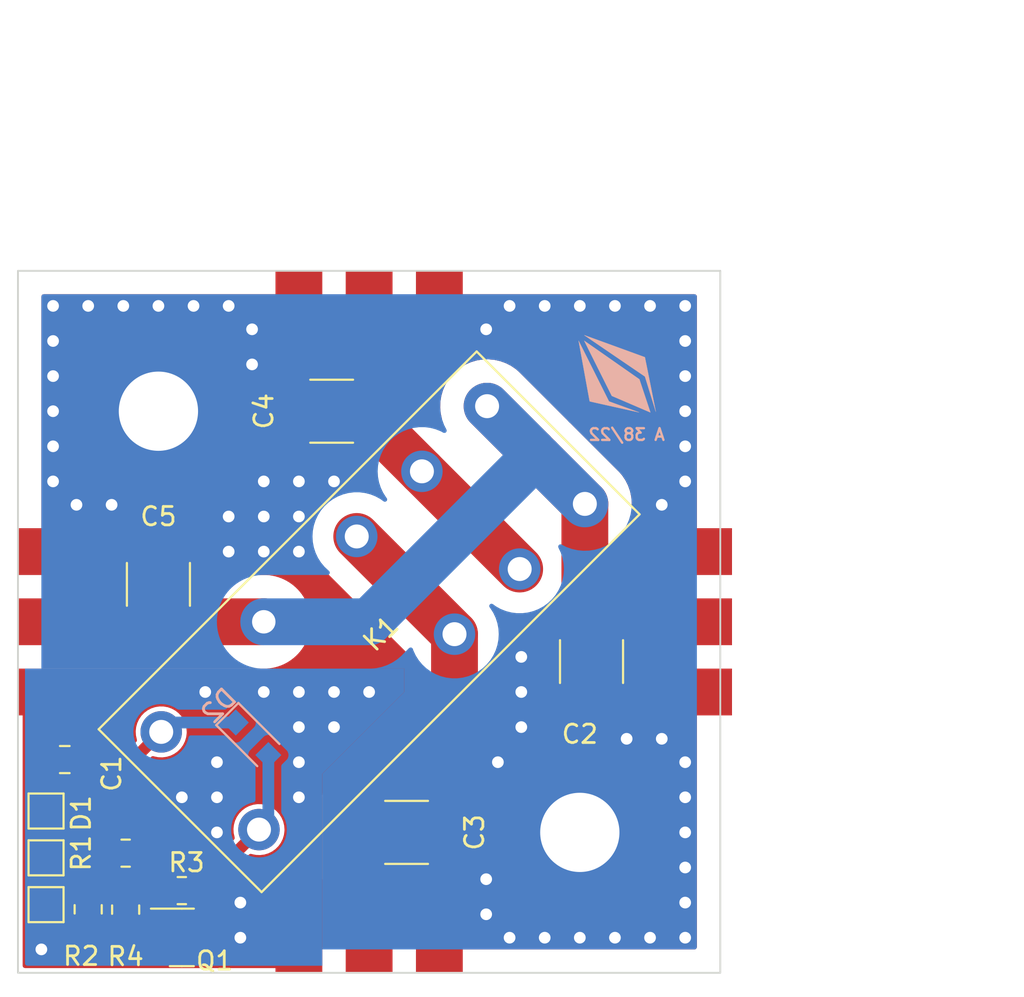
<source format=kicad_pcb>
(kicad_pcb (version 20211014) (generator pcbnew)
  (title_block (title "Crossbar Switch Board") (date "2022-09-13") (rev "A") (company "W3AXL") (comment 1 "Single-relay crossbar point"))
  (layers (0 "F.Cu" signal) (31 "B.Cu" signal) (34 "B.Paste" user) (35 "F.Paste" user) (36 "B.SilkS" user "B.Silkscreen") (37 "F.SilkS" user "F.Silkscreen") (38 "B.Mask" user) (39 "F.Mask" user) (44 "Edge.Cuts" user))
  (net 0 "")
  (net 1 "GND")
  (net 2 "Net-(C1-Pad2)")
  (net 3 "Net-(C3-Pad2)")
  (net 4 "Net-(D1-Pad1)")
  (net 5 "Net-(D1-Pad2)")
  (net 7 "Net-(D2-Pad2)")
  (net 8 "Net-(C4-Pad2)")
  (net 9 "Net-(J2-Pad1)")
  (net 10 "Net-(Q1-Pad1)")
  (net 11 "Net-(J6-Pad1)")
  (footprint "conn:Coax_Edge_2.54_1.27" (layer "F.Cu") (at 125.095 63.5 -90)
    (fp_text reference "J6" hide)
    (fp_text value "RF_YOUT")
    (pad "1" smd rect (at 0 0 270) (size 2.54 5.08) (layers "F.Cu" "F.Paste" "F.Mask") (net 11 "Net-(J6-Pad1)"))
    (pad "2" smd rect (at 3.81 0 270) (size 2.54 5.08) (layers "F.Cu" "F.Paste" "F.Mask") (net 1 "GND"))
    (pad "2" smd rect (at -3.81 0 270) (size 2.54 5.08) (layers "F.Cu" "F.Paste" "F.Mask") (net 1 "GND"))
  )
  (footprint "Capacitor_SMD:C_0805_2012Metric_Pad1.18x1.45mm_HandSolder" (layer "F.Cu") (at 91.44 70.977)
    (fp_text reference "C1" (at 2.54 0.762 90) (layer "F.SilkS"))
    (fp_text value "1uF")
    (fp_line (start -0.261252 -0.735) (end 0.261252 -0.735) (layer "F.SilkS") (width 0.12))
    (fp_line (start -0.261252 0.735) (end 0.261252 0.735) (layer "F.SilkS") (width 0.12))
    (pad "1" smd roundrect (at -1.0375 0) (size 1.175 1.45) (layers "F.Cu" "F.Paste" "F.Mask") (roundrect_rratio 0.2127659574) (net 1 "GND"))
    (pad "2" smd roundrect (at 1.0375 0) (size 1.175 1.45) (layers "F.Cu" "F.Paste" "F.Mask") (roundrect_rratio 0.2127659574) (net 2 "Net-(C1-Pad2)"))
  )
  (footprint "Capacitor_SMD:C_1812_4532Metric_Pad1.57x3.40mm_HandSolder" (layer "F.Cu") (at 120.015 65.659 90)
    (fp_text reference "C2" (at -3.937 -0.635 180) (layer "F.SilkS"))
    (fp_text value "NP")
    (fp_line (start -1.161252 1.71) (end 1.161252 1.71) (layer "F.SilkS") (width 0.12))
    (fp_line (start -1.161252 -1.71) (end 1.161252 -1.71) (layer "F.SilkS") (width 0.12))
    (pad "1" smd roundrect (at -2.1375 0 90) (size 1.575 3.4) (layers "F.Cu" "F.Paste" "F.Mask") (roundrect_rratio 0.1587301587) (net 1 "GND"))
    (pad "2" smd roundrect (at 2.1375 0 90) (size 1.575 3.4) (layers "F.Cu" "F.Paste" "F.Mask") (roundrect_rratio 0.1587301587) (net 11 "Net-(J6-Pad1)"))
  )
  (footprint "conn:Coax_Edge_2.54_1.27" (layer "F.Cu") (at 107.95 46.99)
    (fp_text reference "J4" hide)
    (fp_text value "RF_XIN")
    (pad "1" smd rect (at 0 0) (size 2.54 5.08) (layers "F.Cu" "F.Paste" "F.Mask") (net 8 "Net-(C4-Pad2)"))
    (pad "2" smd rect (at -3.81 0) (size 2.54 5.08) (layers "F.Cu" "F.Paste" "F.Mask") (net 1 "GND"))
    (pad "2" smd rect (at 3.81 0) (size 2.54 5.08) (layers "F.Cu" "F.Paste" "F.Mask") (net 1 "GND"))
  )
  (footprint "Resistor_SMD:R_0805_2012Metric_Pad1.20x1.40mm_HandSolder" (layer "F.Cu") (at 97.79 78.089 180)
    (fp_text reference "R3" (at -0.254 1.524 180) (layer "F.SilkS"))
    (fp_text value "1k")
    (fp_line (start -0.227064 0.735) (end 0.227064 0.735) (layer "F.SilkS") (width 0.12))
    (fp_line (start -0.227064 -0.735) (end 0.227064 -0.735) (layer "F.SilkS") (width 0.12))
    (pad "1" smd roundrect (at -1 0 180) (size 1.2 1.4) (layers "F.Cu" "F.Paste" "F.Mask") (roundrect_rratio 0.2083333333) (net 7 "Net-(D2-Pad2)"))
    (pad "2" smd roundrect (at 1 0 180) (size 1.2 1.4) (layers "F.Cu" "F.Paste" "F.Mask") (roundrect_rratio 0.2083333333) (net 4 "Net-(D1-Pad1)"))
  )
  (footprint "Resistor_SMD:R_0805_2012Metric_Pad1.20x1.40mm_HandSolder" (layer "F.Cu") (at 94.742 76.057)
    (fp_text reference "R1" (at -2.413 0 90) (layer "F.SilkS"))
    (fp_text value "1k")
    (fp_line (start -0.227064 0.735) (end 0.227064 0.735) (layer "F.SilkS") (width 0.12))
    (fp_line (start -0.227064 -0.735) (end 0.227064 -0.735) (layer "F.SilkS") (width 0.12))
    (pad "1" smd roundrect (at -1 0) (size 1.2 1.4) (layers "F.Cu" "F.Paste" "F.Mask") (roundrect_rratio 0.2083333333) (net 1 "GND"))
    (pad "2" smd roundrect (at 1 0) (size 1.2 1.4) (layers "F.Cu" "F.Paste" "F.Mask") (roundrect_rratio 0.2083333333) (net 5 "Net-(D1-Pad2)"))
  )
  (footprint "MountingHole:MountingHole_4.3mm_M4_Pad" (layer "F.Cu") (at 119.38 74.93)
    (fp_text reference "H1" hide)
    (fp_text value "MountingHole_Pad")
    (pad "1" thru_hole circle (at 0 0) (size 8.6 8.6) (drill 4.3) (layers *.Cu *.Mask) (net 1 "GND"))
  )
  (footprint "Capacitor_SMD:C_1812_4532Metric_Pad1.57x3.40mm_HandSolder" (layer "F.Cu") (at 109.982 74.93 180)
    (fp_text reference "C3" (at -3.683 0 270) (layer "F.SilkS"))
    (fp_text value "NP")
    (fp_line (start -1.161252 1.71) (end 1.161252 1.71) (layer "F.SilkS") (width 0.12))
    (fp_line (start -1.161252 -1.71) (end 1.161252 -1.71) (layer "F.SilkS") (width 0.12))
    (pad "1" smd roundrect (at -2.1375 0 180) (size 1.575 3.4) (layers "F.Cu" "F.Paste" "F.Mask") (roundrect_rratio 0.1587301587) (net 1 "GND"))
    (pad "2" smd roundrect (at 2.1375 0 180) (size 1.575 3.4) (layers "F.Cu" "F.Paste" "F.Mask") (roundrect_rratio 0.1587301587) (net 3 "Net-(C3-Pad2)"))
  )
  (footprint "led:LED_SMD_1616_RGBA" (layer "F.Cu") (at 94.742 74.025 180)
    (fp_text reference "D1" (at 2.413 0.127 90 unlocked) (layer "F.SilkS"))
    (fp_text value "EAST1616RGBB2")
    (pad "1" smd rect (at -1 -0.45 180) (size 0.8 0.55) (layers "F.Cu" "F.Paste" "F.Mask") (net 4 "Net-(D1-Pad1)"))
    (pad "2" smd rect (at -1 0.45 180) (size 0.8 0.55) (layers "F.Cu" "F.Paste" "F.Mask") (net 5 "Net-(D1-Pad2)"))
    (pad "3" smd rect (at 1 0.45 180) (size 0.8 0.55) (layers "F.Cu" "F.Paste" "F.Mask"))
    (pad "4" smd rect (at 1 -0.45 180) (size 0.8 0.55) (layers "F.Cu" "F.Paste" "F.Mask") (net 2 "Net-(C1-Pad2)"))
  )
  (footprint "Capacitor_SMD:C_1812_4532Metric_Pad1.57x3.40mm_HandSolder" (layer "F.Cu") (at 105.918 52.07)
    (fp_text reference "C4" (at -3.683 0 90) (layer "F.SilkS"))
    (fp_text value "NP")
    (fp_line (start -1.161252 -1.71) (end 1.161252 -1.71) (layer "F.SilkS") (width 0.12))
    (fp_line (start -1.161252 1.71) (end 1.161252 1.71) (layer "F.SilkS") (width 0.12))
    (pad "1" smd roundrect (at -2.1375 0) (size 1.575 3.4) (layers "F.Cu" "F.Paste" "F.Mask") (roundrect_rratio 0.1587301587) (net 1 "GND"))
    (pad "2" smd roundrect (at 2.1375 0) (size 1.575 3.4) (layers "F.Cu" "F.Paste" "F.Mask") (roundrect_rratio 0.1587301587) (net 8 "Net-(C4-Pad2)"))
  )
  (footprint "conn:Coax_Edge_2.54_1.27" (layer "F.Cu") (at 107.95 80.01 180)
    (fp_text reference "J3" hide)
    (fp_text value "RF_XOUT")
    (pad "1" smd rect (at 0 0 180) (size 2.54 5.08) (layers "F.Cu" "F.Paste" "F.Mask") (net 3 "Net-(C3-Pad2)"))
    (pad "2" smd rect (at -3.81 0 180) (size 2.54 5.08) (layers "F.Cu" "F.Paste" "F.Mask") (net 1 "GND"))
    (pad "2" smd rect (at 3.81 0 180) (size 2.54 5.08) (layers "F.Cu" "F.Paste" "F.Mask") (net 1 "GND"))
  )
  (footprint "Capacitor_SMD:C_1812_4532Metric_Pad1.57x3.40mm_HandSolder" (layer "F.Cu") (at 96.52 61.468 -90)
    (fp_text reference "C5" (at -3.683 0) (layer "F.SilkS"))
    (fp_text value "NP")
    (fp_line (start -1.161252 -1.71) (end 1.161252 -1.71) (layer "F.SilkS") (width 0.12))
    (fp_line (start -1.161252 1.71) (end 1.161252 1.71) (layer "F.SilkS") (width 0.12))
    (pad "1" smd roundrect (at -2.1375 0 270) (size 1.575 3.4) (layers "F.Cu" "F.Paste" "F.Mask") (roundrect_rratio 0.1587301587) (net 1 "GND"))
    (pad "2" smd roundrect (at 2.1375 0 270) (size 1.575 3.4) (layers "F.Cu" "F.Paste" "F.Mask") (roundrect_rratio 0.1587301587) (net 11 "Net-(J6-Pad1)"))
  )
  (footprint "TestPoint:TestPoint_Pad_1.5x1.5mm" (layer "F.Cu") (at 90.424 73.771 90)
    (fp_text reference "J1" hide)
    (fp_text value "VIN")
    (fp_line (start 0.95 -0.95) (end 0.95 0.95) (layer "F.SilkS") (width 0.12))
    (fp_line (start -0.95 -0.95) (end 0.95 -0.95) (layer "F.SilkS") (width 0.12))
    (fp_line (start 0.95 0.95) (end -0.95 0.95) (layer "F.SilkS") (width 0.12))
    (fp_line (start -0.95 0.95) (end -0.95 -0.95) (layer "F.SilkS") (width 0.12))
    (pad "1" smd rect (at 0 0 90) (size 1.5 1.5) (layers "F.Cu" "F.Mask") (net 2 "Net-(C1-Pad2)"))
  )
  (footprint "TestPoint:TestPoint_Pad_1.5x1.5mm" (layer "F.Cu") (at 90.424 78.851 90)
    (fp_text reference "J2" hide)
    (fp_text value "CTRL")
    (fp_line (start 0.95 -0.95) (end 0.95 0.95) (layer "F.SilkS") (width 0.12))
    (fp_line (start 0.95 0.95) (end -0.95 0.95) (layer "F.SilkS") (width 0.12))
    (fp_line (start -0.95 0.95) (end -0.95 -0.95) (layer "F.SilkS") (width 0.12))
    (fp_line (start -0.95 -0.95) (end 0.95 -0.95) (layer "F.SilkS") (width 0.12))
    (pad "1" smd rect (at 0 0 90) (size 1.5 1.5) (layers "F.Cu" "F.Mask") (net 9 "Net-(J2-Pad1)"))
  )
  (footprint "omron:G2RL-1E" (layer "F.Cu") (at 107.95 63.5 45)
    (fp_text reference "K1" (at 0 0.9 45) (layer "F.SilkS"))
    (fp_text value "G2RL-1-E")
    (fp_line (start 14.5 -6.25) (end -14.5 -6.25) (layer "F.SilkS") (width 0.12))
    (fp_line (start -14.5 -6.25) (end -14.5 6.25) (layer "F.SilkS") (width 0.12))
    (fp_line (start -14.5 6.25) (end 14.5 6.25) (layer "F.SilkS") (width 0.12))
    (fp_line (start 14.5 6.25) (end 14.5 -6.25) (layer "F.SilkS") (width 0.12))
    (pad "1" thru_hole circle locked (at -12.2 3.75 45) (size 2.25 2.25) (drill 1.3) (layers *.Cu *.Mask) (net 7 "Net-(D2-Pad2)"))
    (pad "2" thru_hole circle locked (at 2.8 3.75 45) (size 2.25 2.25) (drill 1.3) (layers *.Cu *.Mask) (net 3 "Net-(C3-Pad2)"))
    (pad "2" thru_hole circle locked (at 2.8 -3.75 45) (size 2.25 2.25) (drill 1.3) (layers *.Cu *.Mask) (net 3 "Net-(C3-Pad2)"))
    (pad "3" thru_hole circle locked (at 7.8 3.75 45) (size 2.25 2.25) (drill 1.3) (layers *.Cu *.Mask) (net 8 "Net-(C4-Pad2)"))
    (pad "3" thru_hole circle locked (at 7.8 -3.75 45) (size 2.25 2.25) (drill 1.3) (layers *.Cu *.Mask) (net 8 "Net-(C4-Pad2)"))
    (pad "4" thru_hole circle locked (at 12.8 -3.75 45) (size 2.25 2.25) (drill 1.3) (layers *.Cu *.Mask) (net 11 "Net-(J6-Pad1)"))
    (pad "4" thru_hole circle locked (at 12.8 3.75 45) (size 2.25 2.25) (drill 1.3) (layers *.Cu *.Mask) (net 11 "Net-(J6-Pad1)"))
    (pad "5" thru_hole circle locked (at -12.2 -3.75 45) (size 2.25 2.25) (drill 1.3) (layers *.Cu *.Mask) (net 2 "Net-(C1-Pad2)"))
  )
  (footprint "Resistor_SMD:R_0805_2012Metric_Pad1.20x1.40mm_HandSolder" (layer "F.Cu") (at 92.71 79.105 90)
    (fp_text reference "R2" (at -2.54 -0.381 180) (layer "F.SilkS"))
    (fp_text value "100")
    (fp_line (start -0.227064 -0.735) (end 0.227064 -0.735) (layer "F.SilkS") (width 0.12))
    (fp_line (start -0.227064 0.735) (end 0.227064 0.735) (layer "F.SilkS") (width 0.12))
    (pad "1" smd roundrect (at -1 0 90) (size 1.2 1.4) (layers "F.Cu" "F.Paste" "F.Mask") (roundrect_rratio 0.2083333333) (net 9 "Net-(J2-Pad1)"))
    (pad "2" smd roundrect (at 1 0 90) (size 1.2 1.4) (layers "F.Cu" "F.Paste" "F.Mask") (roundrect_rratio 0.2083333333) (net 10 "Net-(Q1-Pad1)"))
  )
  (footprint "Resistor_SMD:R_0805_2012Metric_Pad1.20x1.40mm_HandSolder" (layer "F.Cu") (at 94.742 79.121 90)
    (fp_text reference "R4" (at -2.54 0 180) (layer "F.SilkS"))
    (fp_text value "10k")
    (fp_line (start -0.227064 0.735) (end 0.227064 0.735) (layer "F.SilkS") (width 0.12))
    (fp_line (start -0.227064 -0.735) (end 0.227064 -0.735) (layer "F.SilkS") (width 0.12))
    (pad "1" smd roundrect (at -1 0 90) (size 1.2 1.4) (layers "F.Cu" "F.Paste" "F.Mask") (roundrect_rratio 0.2083333333) (net 1 "GND"))
    (pad "2" smd roundrect (at 1 0 90) (size 1.2 1.4) (layers "F.Cu" "F.Paste" "F.Mask") (roundrect_rratio 0.2083333333) (net 10 "Net-(Q1-Pad1)"))
  )
  (footprint "conn:Coax_Edge_2.54_1.27" (layer "F.Cu") (at 91.44 63.5 90)
    (fp_text reference "J5" hide)
    (fp_text value "RF_YIN")
    (pad "1" smd rect (at 0 0 90) (size 2.54 5.08) (layers "F.Cu" "F.Paste" "F.Mask") (net 11 "Net-(J6-Pad1)"))
    (pad "2" smd rect (at 3.81 0 90) (size 2.54 5.08) (layers "F.Cu" "F.Paste" "F.Mask") (net 1 "GND"))
    (pad "2" smd rect (at -3.81 0 90) (size 2.54 5.08) (layers "F.Cu" "F.Paste" "F.Mask") (net 1 "GND"))
  )
  (footprint "TestPoint:TestPoint_Pad_1.5x1.5mm" (layer "F.Cu") (at 90.424 76.311)
    (fp_text reference "J7" hide)
    (fp_text value "GND")
    (fp_line (start -0.95 -0.95) (end 0.95 -0.95) (layer "F.SilkS") (width 0.12))
    (fp_line (start 0.95 0.95) (end -0.95 0.95) (layer "F.SilkS") (width 0.12))
    (fp_line (start 0.95 -0.95) (end 0.95 0.95) (layer "F.SilkS") (width 0.12))
    (fp_line (start -0.95 0.95) (end -0.95 -0.95) (layer "F.SilkS") (width 0.12))
    (pad "1" smd rect (at 0 0) (size 1.5 1.5) (layers "F.Cu" "F.Mask") (net 1 "GND"))
  )
  (footprint "Package_TO_SOT_SMD:SOT-23" (layer "F.Cu") (at 97.79 80.629)
    (fp_text reference "Q1" (at 1.778 1.27) (layer "F.SilkS"))
    (fp_text value "BS170F")
    (fp_line (start 0 -1.56) (end 0.65 -1.56) (layer "F.SilkS") (width 0.12))
    (fp_line (start 0 1.56) (end -0.65 1.56) (layer "F.SilkS") (width 0.12))
    (fp_line (start 0 -1.56) (end -1.675 -1.56) (layer "F.SilkS") (width 0.12))
    (fp_line (start 0 1.56) (end 0.65 1.56) (layer "F.SilkS") (width 0.12))
    (pad "1" smd roundrect (at -0.9375 -0.95) (size 1.475 0.6) (layers "F.Cu" "F.Paste" "F.Mask") (net 10 "Net-(Q1-Pad1)"))
    (pad "2" smd roundrect (at -0.9375 0.95) (size 1.475 0.6) (layers "F.Cu" "F.Paste" "F.Mask") (net 1 "GND"))
    (pad "3" smd roundrect (at 0.9375 0) (size 1.475 0.6) (layers "F.Cu" "F.Paste" "F.Mask") (net 7 "Net-(D2-Pad2)"))
  )
  (footprint "MountingHole:MountingHole_4.3mm_M4_Pad" (layer "F.Cu") (at 96.52 52.07)
    (fp_text reference "H2" hide)
    (fp_text value "MountingHole_Pad")
    (pad "1" thru_hole circle (at 0 0) (size 8.6 8.6) (drill 4.3) (layers *.Cu *.Mask) (net 1 "GND"))
  )
  (footprint "w3axl-logos:logo-4.2x4.2" (layer "B.Cu") (at 121.412 50.038 180)
    (fp_text reference "G***" hide)
    (fp_text value "LOGO" hide)
    (fp_poly (pts (xy 1.788764 2.091516) (xy 1.787361 2.090047) (xy 1.77945 2.084552) (xy 1.75857 2.070219) (xy 1.725313 2.047452) (xy 1.680269 2.016653) (xy 1.624028 1.978225) (xy 1.557181 1.932572) (xy 1.480318 1.880096) (xy 1.394031 1.8212) (xy 1.298909 1.756287) (xy 1.195544 1.685761) (xy 1.084525 1.610024) (xy 0.966444 1.529479) (xy 0.84189 1.444529) (xy 0.711455 1.355578) (xy 0.57573 1.263028) (xy 0.435304 1.167281) (xy 0.290768 1.068742) (xy 0.142713 0.967813) (xy 0.137232 0.964077) (xy -1.499451 -0.151595) (xy -1.795295 -1.111569) (xy -1.832649 -1.232701) (xy -1.868647 -1.349281) (xy -1.902996 -1.460372) (xy -1.935405 -1.565035) (xy -1.96558 -1.662333) (xy -1.993231 -1.751328) (xy -2.018065 -1.831081) (xy -2.03979 -1.900654) (xy -2.058115 -1.95911) (xy -2.072746 -2.00551) (xy -2.083393 -2.038917) (xy -2.089762 -2.058392) (xy -2.091597 -2.063275) (xy -2.090075 -2.05432) (xy -2.085518 -2.030288) (xy -2.078121 -1.992149) (xy -2.068076 -1.940873) (xy -2.055579 -1.87743) (xy -2.040824 -1.802791) (xy -2.024005 -1.717925) (xy -2.005316 -1.623803) (xy -1.984952 -1.521395) (xy -1.963106 -1.411671) (xy -1.939973 -1.295602) (xy -1.915747 -1.174157) (xy -1.890622 -1.048307) (xy -1.864793 -0.919021) (xy -1.838453 -0.787271) (xy -1.811798 -0.654025) (xy -1.78502 -0.520256) (xy -1.758315 -0.386931) (xy -1.731876 -0.255022) (xy -1.705899 -0.1255) (xy -1.680576 0.000667) (xy -1.656102 0.122508) (xy -1.632672 0.239052) (xy -1.610479 0.34933) (xy -1.589718 0.452371) (xy -1.570583 0.547205) (xy -1.553268 0.632862) (xy -1.537968 0.708371) (xy -1.524877 0.772764) (xy -1.514188 0.825069) (xy -1.506096 0.864316) (xy -1.500796 0.889535) (xy -1.498481 0.899756) (xy -1.498411 0.899932) (xy -1.490595 0.902932) (xy -1.468227 0.911221) (xy -1.432176 0.924482) (xy -1.383313 0.942398) (xy -1.322506 0.964654) (xy -1.250625 0.990933) (xy -1.168538 1.020917) (xy -1.077117 1.054292) (xy -0.977229 1.090739) (xy -0.869744 1.129943) (xy -0.755532 1.171586) (xy -0.635462 1.215354) (xy -0.510403 1.260928) (xy -0.381225 1.307993) (xy -0.248797 1.356232) (xy -0.113988 1.405329) (xy 0.022331 1.454966) (xy 0.159293 1.504828) (xy 0.296027 1.554598) (xy 0.431663 1.603959) (xy 0.565334 1.652595) (xy 0.696168 1.700189) (xy 0.823298 1.746426) (xy 0.945853 1.790987) (xy 1.062964 1.833558) (xy 1.173762 1.873821) (xy 1.277377 1.911459) (xy 1.372941 1.946157) (xy 1.459582 1.977598) (xy 1.536433 2.005465) (xy 1.602624 2.029442) (xy 1.657286 2.049212) (xy 1.699548 2.064458) (xy 1.728542 2.074865) (xy 1.739276 2.078678) (xy 1.765771 2.087396) (xy 1.78315 2.091884) (xy 1.788764 2.091516)) (layer "B.SilkS") (width 0.01) (fill solid))
    (fp_poly (pts (xy 2.096703 1.785425) (xy 2.092746 1.762011) (xy 2.086167 1.724305) (xy 2.077136 1.673233) (xy 2.06582 1.609716) (xy 2.052387 1.534681) (xy 2.037006 1.44905) (xy 2.019846 1.353747) (xy 2.001073 1.249698) (xy 1.980858 1.137825) (xy 1.959366 1.019053) (xy 1.936768 0.894305) (xy 1.913231 0.764506) (xy 1.888924 0.630581) (xy 1.864014 0.493452) (xy 1.83867 0.354043) (xy 1.813061 0.21328) (xy 1.787353 0.072086) (xy 1.761716 -0.068616) (xy 1.736319 -0.2079) (xy 1.711328 -0.344844) (xy 1.686912 -0.478522) (xy 1.66324 -0.608012) (xy 1.64048 -0.732388) (xy 1.6188 -0.850728) (xy 1.598368 -0.962106) (xy 1.579353 -1.065599) (xy 1.561922 -1.160283) (xy 1.546244 -1.245234) (xy 1.532487 -1.319527) (xy 1.52082 -1.38224) (xy 1.511411 -1.432447) (xy 1.504427 -1.469225) (xy 1.500037 -1.491649) (xy 1.498432 -1.498811) (xy 1.490109 -1.501007) (xy 1.466602 -1.506565) (xy 1.428748 -1.515297) (xy 1.377384 -1.527015) (xy 1.313345 -1.54153) (xy 1.237469 -1.558657) (xy 1.150591 -1.578206) (xy 1.053548 -1.59999) (xy 0.947177 -1.623821) (xy 0.832313 -1.649512) (xy 0.709793 -1.676874) (xy 0.580455 -1.70572) (xy 0.445133 -1.735863) (xy 0.304664 -1.767114) (xy 0.166721 -1.797767) (xy 0.021912 -1.829928) (xy -0.118679 -1.861154) (xy -0.254206 -1.891256) (xy -0.383823 -1.920047) (xy -0.506682 -1.947337) (xy -0.621938 -1.97294) (xy -0.728743 -1.996666) (xy -0.826251 -2.018329) (xy -0.913615 -2.037739) (xy -0.989989 -2.054709) (xy -1.054526 -2.069051) (xy -1.10638 -2.080576) (xy -1.144704 -2.089097) (xy -1.168651 -2.094425) (xy -1.177293 -2.096354) (xy -1.182039 -2.09614) (xy -1.173182 -2.090919) (xy -1.169089 -2.089021) (xy -1.158101 -2.084737) (xy -1.132746 -2.075247) (xy -1.094082 -2.060939) (xy -1.043168 -2.042199) (xy -0.981063 -2.019415) (xy -0.908825 -1.992975) (xy -0.827513 -1.963264) (xy -0.738186 -1.930672) (xy -0.641901 -1.895583) (xy -0.539718 -1.858387) (xy -0.432695 -1.81947) (xy -0.348222 -1.78878) (xy 0.448033 -1.499607) (xy 1.271856 0.148104) (xy 1.349064 0.302498) (xy 1.424333 0.452957) (xy 1.497333 0.598825) (xy 1.567737 0.73945) (xy 1.635215 0.874175) (xy 1.69944 1.002347) (xy 1.760082 1.12331) (xy 1.816813 1.236411) (xy 1.869304 1.340994) (xy 1.917227 1.436405) (xy 1.960252 1.521989) (xy 1.998053 1.597092) (xy 2.030299 1.661058) (xy 2.056662 1.713234) (xy 2.076813 1.752965) (xy 2.090425 1.779596) (xy 2.097168 1.792472) (xy 2.097871 1.793623) (xy 2.096703 1.785425)) (layer "B.SilkS") (width 0.01) (fill solid))
    (fp_poly (pts (xy 1.791273 1.78583) (xy 1.780945 1.764328) (xy 1.76395 1.729538) (xy 1.740629 1.682147) (xy 1.711327 1.622846) (xy 1.676385 1.552324) (xy 1.636148 1.47127) (xy 1.590957 1.380373) (xy 1.541157 1.280323) (xy 1.48709 1.171809) (xy 1.429099 1.05552) (xy 1.367527 0.932146) (xy 1.302718 0.802376) (xy 1.235014 0.666899) (xy 1.164758 0.526405) (xy 1.092293 0.381584) (xy 1.048547 0.294197) (xy 0.299451 -1.201906) (xy -0.746576 -1.650823) (xy -0.870907 -1.704177) (xy -0.991055 -1.755727) (xy -1.106163 -1.805107) (xy -1.215372 -1.851947) (xy -1.317821 -1.89588) (xy -1.412653 -1.936536) (xy -1.499008 -1.973549) (xy -1.576026 -2.00655) (xy -1.64285 -2.035171) (xy -1.698619 -2.059043) (xy -1.742475 -2.077798) (xy -1.773559 -2.091069) (xy -1.791011 -2.098486) (xy -1.794654 -2.099999) (xy -1.796705 -2.094223) (xy -1.796706 -2.094077) (xy -1.794163 -2.085638) (xy -1.786754 -2.062616) (xy -1.774801 -2.02599) (xy -1.758629 -1.976742) (xy -1.738563 -1.915853) (xy -1.714927 -1.844304) (xy -1.688046 -1.763076) (xy -1.658245 -1.67315) (xy -1.625847 -1.575507) (xy -1.591177 -1.471128) (xy -1.554561 -1.360994) (xy -1.516321 -1.246085) (xy -1.498868 -1.193673) (xy -1.20103 -0.299451) (xy 0.295253 0.748478) (xy 0.436078 0.847082) (xy 0.573339 0.943147) (xy 0.706433 1.036249) (xy 0.834754 1.125969) (xy 0.957699 1.211886) (xy 1.074663 1.293577) (xy 1.185043 1.370623) (xy 1.288233 1.442602) (xy 1.383629 1.509093) (xy 1.470629 1.569674) (xy 1.548626 1.623926) (xy 1.617017 1.671426) (xy 1.675198 1.711753) (xy 1.722564 1.744488) (xy 1.758511 1.769207) (xy 1.782436 1.785491) (xy 1.793733 1.792919) (xy 1.794589 1.793352) (xy 1.791273 1.78583)) (layer "B.SilkS") (width 0.01) (fill solid))
  )
  (footprint "Diode_SMD:D_SOD-323_HandSoldering" (layer "B.Cu") (at 101.6 69.85 -45)
    (fp_text reference "D2" (at -2.54 0 45) (layer "B.SilkS") (effects (justify mirror)))
    (fp_text value "1N4148")
    (fp_line (start -1.9 -0.85) (end 1.25 -0.85) (layer "B.SilkS") (width 0.12))
    (fp_line (start -1.9 0.85) (end 1.25 0.85) (layer "B.SilkS") (width 0.12))
    (fp_line (start -1.9 0.85) (end -1.9 -0.85) (layer "B.SilkS") (width 0.12))
    (pad "1" smd rect (at -1.25 0 315) (size 1 1) (layers "B.Cu" "B.Paste" "B.Mask") (net 2 "Net-(C1-Pad2)"))
    (pad "2" smd rect (at 1.25 0 315) (size 1 1) (layers "B.Cu" "B.Paste" "B.Mask") (net 7 "Net-(D2-Pad2)"))
  )
  (gr_poly (pts (xy 127 82.55) (xy 88.9 82.55) (xy 88.9 44.45) (xy 127 44.45)) (layer "Edge.Cuts") (width 0.1) (fill none))
  (gr_text "A 38/22" (at 121.92 53.34) (layer "B.SilkS") (effects (font (size 0.635 0.635) (thickness 0.127)) (justify mirror)))
  (segment (start 90.678 76.057) (end 90.424 76.311) (width 0.635) (layer "F.Cu") (net 1))
  (via (at 90.805 52.07) (size 1.016) (drill 0.635) (layers "F.Cu" "B.Cu") (net 1))
  (via (at 100.33 46.355) (size 1.016) (drill 0.635) (layers "F.Cu" "B.Cu") (net 1))
  (via (at 90.805 48.26) (size 1.016) (drill 0.635) (layers "F.Cu" "B.Cu") (net 1))
  (via (at 90.805 53.975) (size 1.016) (drill 0.635) (layers "F.Cu" "B.Cu") (net 1))
  (via (at 125.095 50.165) (size 1.016) (drill 0.635) (layers "F.Cu" "B.Cu") (net 1))
  (via (at 115.57 46.355) (size 1.016) (drill 0.635) (layers "F.Cu" "B.Cu") (net 1))
  (via (at 100.965 78.74) (size 1.016) (drill 0.635) (layers "F.Cu" "B.Cu") (net 1))
  (via (at 102.235 55.88) (size 1.016) (drill 0.635) (layers "F.Cu" "B.Cu") (net 1))
  (via (at 125.095 71.12) (size 1.016) (drill 0.635) (layers "F.Cu" "B.Cu") (net 1))
  (via (at 97.79 73.025) (size 1.016) (drill 0.635) (layers "F.Cu" "B.Cu") (net 1))
  (via (at 121.92 69.85) (size 1.016) (drill 0.635) (layers "F.Cu" "B.Cu") (net 1))
  (via (at 114.3 47.625) (size 1.016) (drill 0.635) (layers "F.Cu" "B.Cu") (net 1))
  (via (at 102.235 67.31) (size 1.016) (drill 0.635) (layers "F.Cu" "B.Cu") (net 1))
  (via (at 106.045 55.88) (size 1.016) (drill 0.635) (layers "F.Cu" "B.Cu") (net 1))
  (via (at 117.475 80.645) (size 1.016) (drill 0.635) (layers "F.Cu" "B.Cu") (net 1))
  (via (at 92.71 46.355) (size 1.016) (drill 0.635) (layers "F.Cu" "B.Cu") (net 1))
  (via (at 104.14 59.69) (size 1.016) (drill 0.635) (layers "F.Cu" "B.Cu") (net 1))
  (via (at 123.19 80.645) (size 1.016) (drill 0.635) (layers "F.Cu" "B.Cu") (net 1))
  (via (at 121.285 80.645) (size 1.016) (drill 0.635) (layers "F.Cu" "B.Cu") (net 1))
  (via (at 123.19 46.355) (size 1.016) (drill 0.635) (layers "F.Cu" "B.Cu") (net 1))
  (via (at 114.3 77.47) (size 1.016) (drill 0.635) (layers "F.Cu" "B.Cu") (net 1))
  (via (at 99.695 73.025) (size 1.016) (drill 0.635) (layers "F.Cu" "B.Cu") (net 1))
  (via (at 100.33 59.69) (size 1.016) (drill 0.635) (layers "F.Cu" "B.Cu") (net 1))
  (via (at 96.52 46.355) (size 1.016) (drill 0.635) (layers "F.Cu" "B.Cu") (net 1))
  (via (at 125.095 46.355) (size 1.016) (drill 0.635) (layers "F.Cu" "B.Cu") (net 1))
  (via (at 100.965 80.645) (size 1.016) (drill 0.635) (layers "F.Cu" "B.Cu") (net 1))
  (via (at 125.095 55.88) (size 1.016) (drill 0.635) (layers "F.Cu" "B.Cu") (net 1))
  (via (at 90.805 55.88) (size 1.016) (drill 0.635) (layers "F.Cu" "B.Cu") (net 1))
  (via (at 102.235 59.69) (size 1.016) (drill 0.635) (layers "F.Cu" "B.Cu") (net 1))
  (via (at 114.935 71.12) (size 1.016) (drill 0.635) (layers "F.Cu" "B.Cu") (net 1))
  (via (at 104.14 55.88) (size 1.016) (drill 0.635) (layers "F.Cu" "B.Cu") (net 1))
  (via (at 107.95 67.31) (size 1.016) (drill 0.635) (layers "F.Cu" "B.Cu") (net 1))
  (via (at 104.14 73.025) (size 1.016) (drill 0.635) (layers "F.Cu" "B.Cu") (net 1))
  (via (at 125.095 80.645) (size 1.016) (drill 0.635) (layers "F.Cu" "B.Cu") (net 1))
  (via (at 98.425 46.355) (size 1.016) (drill 0.635) (layers "F.Cu" "B.Cu") (net 1))
  (via (at 90.805 46.355) (size 1.016) (drill 0.635) (layers "F.Cu" "B.Cu") (net 1))
  (via (at 90.17 81.28) (size 1.016) (drill 0.635) (layers "F.Cu" "B.Cu") (net 1))
  (via (at 90.805 50.165) (size 1.016) (drill 0.635) (layers "F.Cu" "B.Cu") (net 1))
  (via (at 123.825 57.15) (size 1.016) (drill 0.635) (layers "F.Cu" "B.Cu") (net 1))
  (via (at 101.6 47.625) (size 1.016) (drill 0.635) (layers "F.Cu" "B.Cu") (net 1))
  (via (at 100.33 57.785) (size 1.016) (drill 0.635) (layers "F.Cu" "B.Cu") (net 1))
  (via (at 94.615 46.355) (size 1.016) (drill 0.635) (layers "F.Cu" "B.Cu") (net 1))
  (via (at 119.38 46.355) (size 1.016) (drill 0.635) (layers "F.Cu" "B.Cu") (net 1))
  (via (at 119.38 80.645) (size 1.016) (drill 0.635) (layers "F.Cu" "B.Cu") (net 1))
  (via (at 115.57 80.645) (size 1.016) (drill 0.635) (layers "F.Cu" "B.Cu") (net 1))
  (via (at 123.825 69.85) (size 1.016) (drill 0.635) (layers "F.Cu" "B.Cu") (net 1))
  (via (at 104.14 57.785) (size 1.016) (drill 0.635) (layers "F.Cu" "B.Cu") (net 1))
  (via (at 125.095 53.975) (size 1.016) (drill 0.635) (layers "F.Cu" "B.Cu") (net 1))
  (via (at 125.095 76.835) (size 1.016) (drill 0.635) (layers "F.Cu" "B.Cu") (net 1))
  (via (at 106.045 67.31) (size 1.016) (drill 0.635) (layers "F.Cu" "B.Cu") (net 1))
  (via (at 125.095 73.025) (size 1.016) (drill 0.635) (layers "F.Cu" "B.Cu") (net 1))
  (via (at 116.205 67.31) (size 1.016) (drill 0.635) (layers "F.Cu" "B.Cu") (net 1))
  (via (at 99.695 71.12) (size 1.016) (drill 0.635) (layers "F.Cu" "B.Cu") (net 1))
  (via (at 116.205 69.215) (size 1.016) (drill 0.635) (layers "F.Cu" "B.Cu") (net 1))
  (via (at 125.095 52.07) (size 1.016) (drill 0.635) (layers "F.Cu" "B.Cu") (net 1))
  (via (at 93.98 57.15) (size 1.016) (drill 0.635) (layers "F.Cu" "B.Cu") (net 1))
  (via (at 106.045 69.215) (size 1.016) (drill 0.635) (layers "F.Cu" "B.Cu") (net 1))
  (via (at 104.14 67.31) (size 1.016) (drill 0.635) (layers "F.Cu" "B.Cu") (net 1))
  (via (at 99.06 67.31) (size 1.016) (drill 0.635) (layers "F.Cu" "B.Cu") (net 1))
  (via (at 114.3 79.375) (size 1.016) (drill 0.635) (layers "F.Cu" "B.Cu") (net 1))
  (via (at 117.475 46.355) (size 1.016) (drill 0.635) (layers "F.Cu" "B.Cu") (net 1))
  (via (at 104.14 69.215) (size 1.016) (drill 0.635) (layers "F.Cu" "B.Cu") (net 1))
  (via (at 99.695 74.93) (size 1.016) (drill 0.635) (layers "F.Cu" "B.Cu") (net 1))
  (via (at 116.205 65.405) (size 1.016) (drill 0.635) (layers "F.Cu" "B.Cu") (net 1))
  (via (at 101.6 49.53) (size 1.016) (drill 0.635) (layers "F.Cu" "B.Cu") (net 1))
  (via (at 125.095 48.26) (size 1.016) (drill 0.635) (layers "F.Cu" "B.Cu") (net 1))
  (via (at 125.095 74.93) (size 1.016) (drill 0.635) (layers "F.Cu" "B.Cu") (net 1))
  (via (at 121.285 46.355) (size 1.016) (drill 0.635) (layers "F.Cu" "B.Cu") (net 1))
  (via (at 125.095 78.74) (size 1.016) (drill 0.635) (layers "F.Cu" "B.Cu") (net 1))
  (via (at 102.235 57.785) (size 1.016) (drill 0.635) (layers "F.Cu" "B.Cu") (net 1))
  (via (at 104.14 71.12) (size 1.016) (drill 0.635) (layers "F.Cu" "B.Cu") (net 1))
  (via (at 92.075 57.15) (size 1.016) (drill 0.635) (layers "F.Cu" "B.Cu") (net 1))
  (segment (start 95.169699 70.977) (end 96.671647 69.475052) (width 0.635) (layer "F.Cu") (net 2))
  (segment (start 92.4775 71.7175) (end 90.424 73.771) (width 0.635) (layer "F.Cu") (net 2))
  (segment (start 91.128 74.475) (end 90.424 73.771) (width 0.254) (layer "F.Cu") (net 2))
  (segment (start 93.742 74.475) (end 91.128 74.475) (width 0.254) (layer "F.Cu") (net 2))
  (segment (start 92.4775 70.977) (end 95.169699 70.977) (width 0.635) (layer "F.Cu") (net 2))
  (segment (start 100.716117 68.966117) (end 97.180582 68.966117) (width 0.635) (layer "B.Cu") (net 2))
  (segment (start 97.180582 68.966117) (end 96.671647 69.475052) (width 0.635) (layer "B.Cu") (net 2))
  (segment (start 112.581549 68.393451) (end 107.95 73.025) (width 2.54) (layer "F.Cu") (net 3))
  (segment (start 107.95 73.025) (end 107.95 80.01) (width 2.54) (layer "F.Cu") (net 3))
  (segment (start 107.278249 58.868451) (end 112.581549 64.171751) (width 2.54) (layer "F.Cu") (net 3))
  (segment (start 112.581549 64.171751) (end 112.581549 68.393451) (width 2.54) (layer "F.Cu") (net 3))
  (segment (start 96.79 78.089) (end 96.79 74.803) (width 0.254) (layer "F.Cu") (net 4))
  (segment (start 96.79 74.803) (end 96.462 74.475) (width 0.254) (layer "F.Cu") (net 4))
  (segment (start 96.462 74.475) (end 95.742 74.475) (width 0.254) (layer "F.Cu") (net 4))
  (segment (start 94.742 73.921) (end 94.742 75.803) (width 0.254) (layer "F.Cu") (net 5))
  (segment (start 95.088 73.575) (end 94.742 73.921) (width 0.254) (layer "F.Cu") (net 5))
  (segment (start 94.742 75.803) (end 94.996 76.057) (width 0.254) (layer "F.Cu") (net 5))
  (segment (start 94.996 76.057) (end 95.742 76.057) (width 0.254) (layer "F.Cu") (net 5))
  (segment (start 95.742 73.575) (end 95.088 73.575) (width 0.254) (layer "F.Cu") (net 5))
  (segment (start 98.79 77.963301) (end 101.974948 74.778353) (width 0.635) (layer "F.Cu") (net 7))
  (segment (start 98.7275 78.1515) (end 98.79 78.089) (width 0.635) (layer "F.Cu") (net 7))
  (segment (start 98.79 78.089) (end 98.79 77.963301) (width 0.635) (layer "F.Cu") (net 7))
  (segment (start 98.7275 80.629) (end 98.7275 78.1515) (width 0.635) (layer "F.Cu") (net 7))
  (segment (start 102.483883 74.269418) (end 101.974948 74.778353) (width 0.635) (layer "B.Cu") (net 7))
  (segment (start 102.483883 70.733883) (end 102.483883 74.269418) (width 0.635) (layer "B.Cu") (net 7))
  (segment (start 107.95 52.469135) (end 110.813782 55.332917) (width 2.54) (layer "F.Cu") (net 8))
  (segment (start 107.95 46.99) (end 107.95 52.469135) (width 2.54) (layer "F.Cu") (net 8))
  (segment (start 110.813782 55.332917) (end 116.117083 60.636218) (width 2.54) (layer "F.Cu") (net 8))
  (segment (start 91.424 80.105) (end 90.424 79.105) (width 0.254) (layer "F.Cu") (net 9))
  (segment (start 92.71 80.105) (end 91.424 80.105) (width 0.254) (layer "F.Cu") (net 9))
  (segment (start 90.424 79.105) (end 90.424 78.851) (width 0.254) (layer "F.Cu") (net 9))
  (segment (start 94.7045 78.105) (end 94.742 78.0675) (width 0.254) (layer "F.Cu") (net 10))
  (segment (start 96.8525 79.679) (end 96.3535 79.679) (width 0.254) (layer "F.Cu") (net 10))
  (segment (start 92.71 78.105) (end 94.7045 78.105) (width 0.254) (layer "F.Cu") (net 10))
  (segment (start 96.3535 79.679) (end 94.742 78.0675) (width 0.254) (layer "F.Cu") (net 10))
  (segment (start 124.46 63.5) (end 120.015 63.5) (width 2.54) (layer "F.Cu") (net 11))
  (segment (start 91.44 63.5) (end 102.235 63.5) (width 2.54) (layer "F.Cu") (net 11))
  (segment (start 119.652617 57.100684) (end 116.84 54.288067) (width 2.54) (layer "F.Cu") (net 11))
  (segment (start 120.015 63.5) (end 119.652617 63.137617) (width 2.54) (layer "F.Cu") (net 11))
  (segment (start 119.652617 63.137617) (end 119.652617 57.100684) (width 2.54) (layer "F.Cu") (net 11))
  (segment (start 116.84 54.288067) (end 114.349316 51.797383) (width 2.54) (layer "F.Cu") (net 11))
  (via (at 102.235 63.5) (size 2.54) (drill 1.27) (layers "F.Cu" "B.Cu") (net 11))
  (segment (start 116.84 54.288067) (end 116.84 54.61) (width 2.54) (layer "B.Cu") (net 11))
  (segment (start 114.349316 51.797383) (end 116.84 54.288067) (width 2.54) (layer "B.Cu") (net 11))
  (segment (start 116.84 54.61) (end 117.161933 54.61) (width 2.54) (layer "B.Cu") (net 11))
  (segment (start 107.95 63.5) (end 116.84 54.61) (width 2.54) (layer "B.Cu") (net 11))
  (segment (start 117.161933 54.61) (end 119.652617 57.100684) (width 2.54) (layer "B.Cu") (net 11))
  (segment (start 102.235 63.5) (end 107.95 63.5) (width 2.54) (layer "B.Cu") (net 11))
  (zone (net 1) (net_name "GND") (layer "F.Cu") (connect_pads yes (clearance 1.27)) (min_thickness 0.254) (fill yes (thermal_gap 0.508) (thermal_bridge_width 0.508))
    (polygon (pts (xy 127 82.55) (xy 88.9 82.55) (xy 88.9 44.45) (xy 127 44.45)))
  )
  (zone (net 1) (net_name "GND") (layer "F.Cu") (priority 1) (connect_pads yes (clearance 0.254)) (min_thickness 0.254) (fill yes (thermal_gap 0.381) (thermal_bridge_width 0.381))
    (polygon (pts (xy 104.775 82.55) (xy 88.9 82.55) (xy 88.9 66.675) (xy 104.775 66.675)))
  )
  (zone (net 1) (net_name "GND") (layer "B.Cu") (connect_pads yes (clearance 1.27)) (min_thickness 0.254) (fill yes (thermal_gap 0.508) (thermal_bridge_width 0.508))
    (polygon (pts (xy 127 82.55) (xy 88.9 82.55) (xy 88.9 44.45) (xy 127 44.45)))
  )
  (zone (net 1) (net_name "GND") (layer "B.Cu") (priority 1) (connect_pads yes (clearance 0.381)) (min_thickness 0.254) (fill yes (thermal_gap 0.381) (thermal_bridge_width 0.381))
    (polygon (pts (xy 109.855 67.31) (xy 105.41 71.755) (xy 105.41 82.55) (xy 88.9 82.55) (xy 88.9 66.04) (xy 109.855 66.04)))
  )
)
</source>
